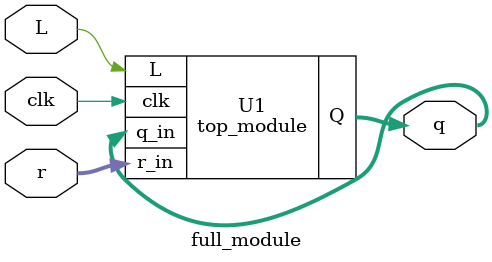
<source format=sv>
module top_module(
    input clk,
    input L,
    input [2:0] q_in,
    input [2:0] r_in,
    output reg [2:0] Q
);

    always @(posedge clk) begin
        if (L) begin
            Q <= r_in;
        end else begin
            Q <= {Q[1] ^ Q[2], Q[0], Q[2]};
        end
    end

endmodule
module full_module (
    input [2:0] r,
    input L,
    input clk,
    output reg [2:0] q
);

    top_module U1 (
        .clk(clk),
        .L(L),
        .q_in(q),
        .r_in(r),
        .Q(q)
    );

endmodule

</source>
